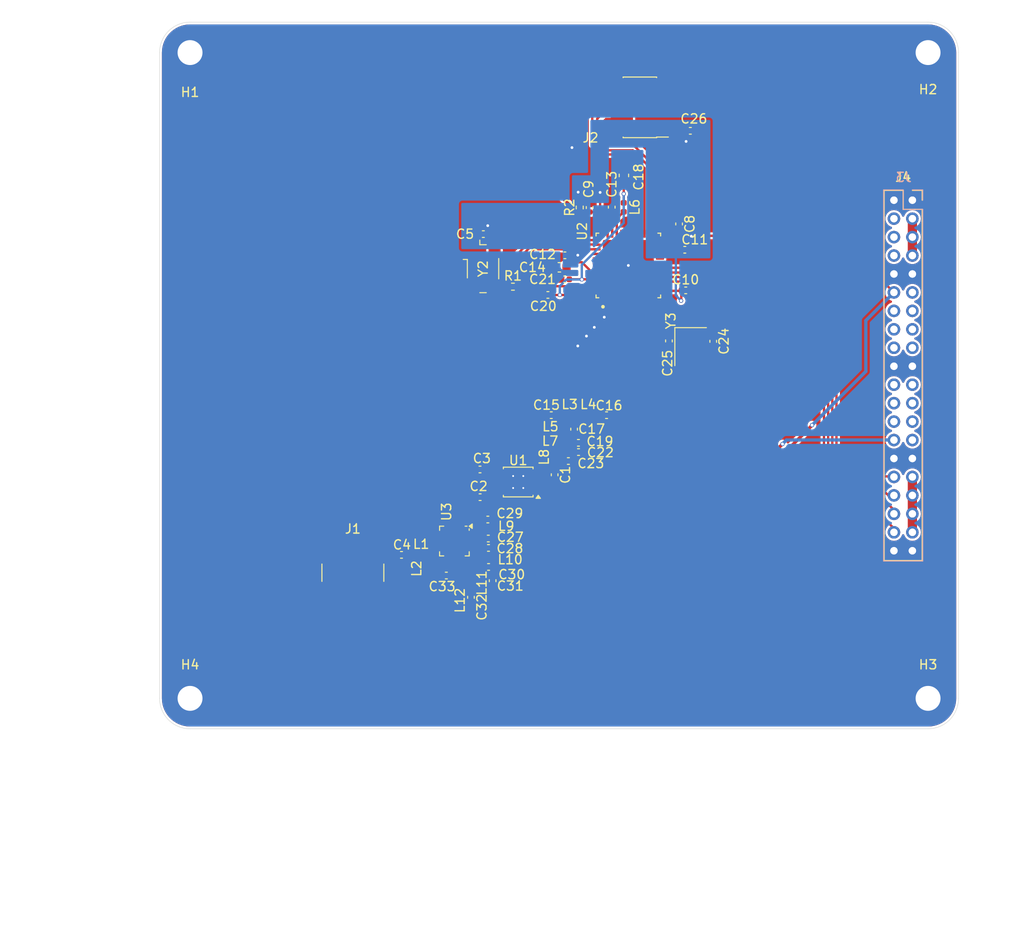
<source format=kicad_pcb>
(kicad_pcb (version 20241229) (generator "pcbnew") (generator_version "9.0")
  (layers (0 "F.Cu" signal) (2 "B.Cu" signal) (13 "F.Paste" user) (15 "B.Paste" user) (5 "F.SilkS" user "F.Silkscreen") (7 "B.SilkS" user "B.Silkscreen") (1 "F.Mask" user) (3 "B.Mask" user) (25 "Edge.Cuts" user))
  (net 0 "")
  (net 1 "/Transceiver RF/RF_SIGNAL")
  (net 2 "Net-(U1-RFC)")
  (net 3 "Net-(U1-RF1)")
  (net 4 "/Front-End Module/RX")
  (net 5 "/Front-End Module/TX")
  (net 6 "Net-(U1-RF2)")
  (net 7 "Net-(C4-Pad2)")
  (net 8 "GND")
  (net 9 "/RD_3.3V")
  (net 10 "Net-(U2-DCOUPL)")
  (net 11 "Net-(U2-RX_TX)")
  (net 12 "Net-(C17-Pad1)")
  (net 13 "/Transceiver RF/VDDR")
  (net 14 "Net-(C22-Pad1)")
  (net 15 "/Transceiver RF/x32_in")
  (net 16 "/Transceiver RF/x32_out")
  (net 17 "Net-(C32-Pad2)")
  (net 18 "/Front-End Module/TX_IN")
  (net 19 "Net-(J1-In)")
  (net 20 "/JTAG/JTAG_TMSC")
  (net 21 "/JTAG/JTAG_TDI")
  (net 23 "/JTAG/JTAG_TCKC")
  (net 24 "/JTAG/JTAG_TDO")
  (net 25 "/INTER CONNECTOR/Pin_2b")
  (net 26 "/INTER CONNECTOR/Pin_6a")
  (net 27 "/INTER CONNECTOR/Pin_8a")
  (net 28 "/INTER CONNECTOR/Pin_7b")
  (net 29 "/INTER CONNECTOR/Pin_18b")
  (net 30 "/INTER CONNECTOR/Pin_14a")
  (net 31 "+5V")
  (net 32 "/INTER CONNECTOR/Pin_12b")
  (net 33 "+3.3V")
  (net 34 "/INTER CONNECTOR/Pin_3b")
  (net 35 "/INTER CONNECTOR/Pin_11b")
  (net 36 "/INTER CONNECTOR/Pin_12a")
  (net 37 "/INTER CONNECTOR/Pin_17b")
  (net 38 "/INTER CONNECTOR/Pin_16b")
  (net 39 "/INTER CONNECTOR/Pin_9a")
  (net 40 "/INTER CONNECTOR/Pin_13a")
  (net 41 "/INTER CONNECTOR/Pin_7a")
  (net 42 "/INTER CONNECTOR/Pin_9b")
  (net 43 "/INTER CONNECTOR/Pin_19b")
  (net 44 "/INTER CONNECTOR/Pin_11a")
  (net 45 "/INTER CONNECTOR/Pin_4b")
  (net 46 "/INTER CONNECTOR/Pin_8b")
  (net 47 "/INTER CONNECTOR/Pin_13b")
  (net 48 "/RF_CTRL")
  (net 49 "/Front-End Module/ANT")
  (net 50 "/Transceiver RF/DCDC_SW")
  (net 51 "Net-(U3-VCC1)")
  (net 52 "Net-(U3-PA_OUT)")
  (net 53 "Net-(Y2-OUT)")
  (net 54 "/Clock Oscillator/Clock_in")
  (net 62 "/Front-End Module/CTX")
  (net 64 "/Front-End Module/CPS")
  (net 70 "/Front-End Module/CSD")
  (net 80 "Net-(U3-LNA_IN)")
  (net 83 "/JTAG/RESET")
  (net 84 "/Transceiver RF/RF_P")
  (net 85 "/Transceiver RF/RF_N")
  (footprint "Capacitor_SMD:C_0402_1005Metric" (layer "F.Cu") (at 172.51 73.955 -90)
    (property "Reference" "C25")
    (property "Value" "0.1u")
  )
  (footprint "Radio:QFN50P700X700X100-49N" (layer "F.Cu") (at 168.11 65.775 90)
    (property "Reference" "U2")
    (property "Value" "CC1312R1F3RGZT")
  )
  (footprint "Inductor_SMD:L_0402_1005Metric" (layer "F.Cu") (at 152.965 97.415 180)
    (property "Reference" "L10")
    (property "Value" "6.8n")
  )
  (footprint "Capacitor_SMD:C_0402_1005Metric" (layer "F.Cu") (at 152.0425 90.890001 180)
    (property "Reference" "C2")
    (property "Value" "100p")
  )
  (footprint "Inductor_SMD:L_0402_1005Metric" (layer "F.Cu") (at 151.03 99.83 -90)
    (property "Reference" "L11")
    (property "Value" "2.7n")
  )
  (footprint "Capacitor_SMD:C_0402_1005Metric" (layer "F.Cu") (at 151.05 101.745 90)
    (property "Reference" "C32")
    (property "Value" "10p")
  )
  (footprint "Capacitor_SMD:C_0603_1608Metric" (layer "F.Cu") (at 160.635 65.975 180)
    (property "Reference" "C14")
    (property "Value" "22u")
  )
  (footprint "Connector_Coaxial:SMA_Amphenol_132134-10_Vertical" (layer "F.Cu") (at 138.25 99.08)
    (property "Reference" "J1")
    (property "Value" "SMA ANT")
  )
  (footprint "Inductor_SMD:L_0402_1005Metric" (layer "F.Cu") (at 167.61 59.475 90)
    (property "Reference" "L6")
    (property "Value" "6.8n")
  )
  (footprint "Inductor_SMD:L_0402_1005Metric" (layer "F.Cu") (at 161.18 83.516924 90)
    (property "Reference" "L5")
    (property "Value" "7.5n")
  )
  (footprint "Capacitor_SMD:C_0402_1005Metric" (layer "F.Cu") (at 160.12 88.465 -90)
    (property "Reference" "C1")
    (property "Value" "100p")
  )
  (footprint "Capacitor_SMD:C_0402_1005Metric" (layer "F.Cu") (at 162.23 83.521924 90)
    (property "Reference" "C17")
    (property "Value" "3.6p")
  )
  (footprint "Capacitor_SMD:C_0402_1005Metric" (layer "F.Cu") (at 159.755 82.001924 180)
    (property "Reference" "C15")
    (property "Value" "3.6p")
  )
  (footprint "Capacitor_SMD:C_0402_1005Metric" (layer "F.Cu") (at 173.61 61.275 -90)
    (property "Reference" "C8")
    (property "Value" "0.1u")
  )
  (footprint "Capacitor_SMD:C_0603_1608Metric" (layer "F.Cu") (at 167.63 56.015 90)
    (property "Reference" "C18")
    (property "Value" "22u")
  )
  (footprint "Capacitor_SMD:C_0402_1005Metric" (layer "F.Cu") (at 165.75 82.001924)
    (property "Reference" "C16")
    (property "Value" "100p")
  )
  (footprint "Resistor_SMD:R_0402_1005Metric" (layer "F.Cu") (at 155.6 68.075)
    (property "Reference" "R1")
    (property "Value" "100")
  )
  (footprint "Inductor_SMD:L_0402_1005Metric" (layer "F.Cu") (at 152.92 94.365 180)
    (property "Reference" "L9")
    (property "Value" "0.6n")
  )
  (footprint "Capacitor_SMD:C_0402_1005Metric" (layer "F.Cu") (at 174.33 68.475)
    (property "Reference" "C10")
    (property "Value" "0.1u")
  )
  (footprint "MountingHole:MountingHole_2.7mm_M2.5_Pad" (layer "F.Cu") (at 120.6 112.7)
    (property "Reference" "H4")
    (property "Value" "MountingHole_Pad" (hide yes))
  )
  (footprint "Capacitor_SMD:C_0402_1005Metric" (layer "F.Cu") (at 148.38 99.385)
    (property "Reference" "C33")
    (property "Value" "2.4p")
  )
  (footprint "Crystal:Crystal_SMD_3225-4Pin_3.2x2.5mm" (layer "F.Cu") (at 174.86 74.575 -90)
    (property "Reference" "Y3")
    (property "Value" "32.768kHz")
  )
  (footprint "Capacitor_SMD:C_0402_1005Metric" (layer "F.Cu") (at 162.71 86.001924)
    (property "Reference" "C22")
    (property "Value" "6.2p")
  )
  (footprint "Capacitor_SMD:C_0402_1005Metric" (layer "F.Cu") (at 166.31 59.455 90)
    (property "Reference" "C13")
    (property "Value" "0.1u")
  )
  (footprint "Oscillator:Oscillator_SMD_Fox_FT5H_5.0x3.2mm" (layer "F.Cu") (at 152.36 66.125)
    (property "Reference" "Y2")
    (property "Value" "FT5HN")
  )
  (footprint "Inductor_SMD:L_0402_1005Metric" (layer "F.Cu") (at 160.11 86.525 90)
    (property "Reference" "L8")
    (property "Value" "6.8n")
  )
  (footprint "Capacitor_SMD:C_0402_1005Metric" (layer "F.Cu") (at 152.39 62.375 180)
    (property "Reference" "C5")
    (property "Value" "0.1u")
  )
  (footprint "Capacitor_SMD:C_0402_1005Metric" (layer "F.Cu") (at 152.0325 87.890001 180)
    (property "Reference" "C3")
    (property "Value" "100p")
  )
  (footprint "Inductor_SMD:L_0402_1005Metric" (layer "F.Cu") (at 143.99 98.63 -90)
    (property "Reference" "L2")
    (property "Value" "5.6n")
  )
  (footprint "Capacitor_SMD:C_0402_1005Metric" (layer "F.Cu") (at 162.7 85.001924)
    (property "Reference" "C19")
    (property "Value" "2.7p")
  )
  (footprint "Capacitor_SMD:C_0402_1005Metric" (layer "F.Cu") (at 153.4 99.945 -90)
    (property "Reference" "C31")
    (property "Value" "33p")
  )
  (footprint "Inductor_SMD:L_0402_1005Metric" (layer "F.Cu") (at 161.18 85.451924 90)
    (property "Reference" "L7")
    (property "Value" "6.8n")
  )
  (footprint "Capacitor_SMD:C_0402_1005Metric" (layer "F.Cu") (at 161.23 64.675 180)
    (property "Reference" "C12")
    (property "Value" "0.1u")
  )
  (footprint "Package_DFN_QFN:UQFN-16-1EP_3x3mm_P0.5mm_EP1.75x1.75mm" (layer "F.Cu") (at 149.26 95.647501 -90)
    (property "Reference" "U3")
    (property "Value" "SKY66420-11")
  )
  (footprint "Resistor_SMD:R_0402_1005Metric" (layer "F.Cu") (at 162.84 59.490001 90)
    (property "Reference" "R2")
    (property "Value" "10K")
  )
  (footprint "Connector_PinSocket_2.00mm:PinSocket_2x20_P2.00mm_Vertical" (layer "F.Cu") (at 198.9 58.7)
    (property "Reference" "J4")
    (property "Value" "Conn")
  )
  (footprint "MountingHole:MountingHole_2.7mm_M2.5_Pad" (layer "F.Cu") (at 120.6 42.7)
    (property "Reference" "H1")
    (property "Value" "MountingHole_Pad" (hide yes))
  )
  (footprint "Connector_PinHeader_1.27mm:PinHeader_2x05_P1.27mm_Vertical_SMD" (layer "F.Cu") (at 169.36 48.635 180)
    (property "Reference" "J2")
    (property "Value" "Conn_ARM_JTAG_SWD_10")
  )
  (footprint "Capacitor_SMD:C_0402_1005Metric" (layer "F.Cu") (at 177.31 73.995 -90)
    (property "Reference" "C24")
    (property "Value" "0.1u")
  )
  (footprint "Inductor_SMD:L_0402_1005Metric" (layer "F.Cu") (at 149.91 99.845 90)
    (property "Reference" "L12")
    (property "Value" "2.7n")
  )
  (footprint "Capacitor_SMD:C_0402_1005Metric" (layer "F.Cu") (at 152.96 98.455)
    (property "Reference" "C30")
    (property "Value" "4.7u")
  )
  (footprint "Inductor_SMD:L_0402_1005Metric" (layer "F.Cu") (at 161.75 82.001924)
    (property "Reference" "L3")
    (property "Value" "27n")
  )
  (footprint "Capacitor_SMD:C_0402_1005Metric" (layer "F.Cu") (at 152.93 95.375 180)
    (property "Reference" "C27")
    (property "Value" "4.7u")
  )
  (footprint "Capacitor_SMD:C_0402_1005Metric" (layer "F.Cu") (at 161.23 67.275 180)
    (property "Reference" "C21")
    (property "Value" "0.1u")
  )
  (footprint "Inductor_SMD:L_0402_1005Metric" (layer "F.Cu") (at 163.765 82.001924)
    (property "Reference" "L4")
    (property "Value" "7.5n")
  )
  (footprint "Package_SO:MSOP-8-1EP_3x3mm_P0.65mm_EP1.73x1.85mm_ThermalVias" (layer "F.Cu") (at 156.1725 89.250001 180)
    (property "Reference" "U1")
    (property "Value" "MASWSS0178")
  )
  (footprint "Capacitor_SMD:C_0402_1005Metric" (layer "F.Cu") (at 174.83 51.18)
    (property "Reference" "C26")
    (property "Value" "0.1u")
  )
  (footprint "MountingHole:MountingHole_2.7mm_M2.5_Pad" (layer "F.Cu") (at 200.6 42.7)
    (property "Reference" "H2")
    (property "Value" "MountingHole_Pad" (hide yes))
  )
  (footprint "Capacitor_SMD:C_0402_1005Metric" (layer "F.Cu") (at 174.23 64.075)
    (property "Reference" "C11")
    (property "Value" "0.1u")
  )
  (footprint "Capacitor_SMD:C_0402_1005Metric" (layer "F.Cu") (at 143.52 97.145)
    (property "Reference" "C4")
    (property "Value" "2.4p")
  )
  (footprint "Capacitor_SMD:C_0402_1005Metric" (layer "F.Cu") (at 161.61 86.975)
    (property "Reference" "C23")
    (property "Value" "3p")
  )
  (footprint "Inductor_SMD:L_0402_1005Metric" (layer "F.Cu") (at 145.485 97.155 180)
    (property "Reference" "L1")
    (property "Value" "5.6n")
  )
  (footprint "MountingHole:MountingHole_2.7mm_M2.5_Pad" (layer "F.Cu") (at 200.6 112.7)
    (property "Reference" "H3")
    (property "Value" "MountingHole_Pad" (hide yes))
  )
  (footprint "Capacitor_SMD:C_0402_1005Metric" (layer "F.Cu") (at 159.39 68.97 180)
    (property "Reference" "C20")
    (property "Value" "0.1u")
  )
  (footprint "Capacitor_SMD:C_0402_1005Metric" (layer "F.Cu") (at 163.91 59.5 90)
    (property "Reference" "C9")
    (property "Value" "0.1u")
  )
  (footprint "Capacitor_SMD:C_0402_1005Metric" (layer "F.Cu") (at 152.95 96.395 180)
    (property "Reference" "C28")
    (property "Value" "10n")
  )
  (footprint "Capacitor_SMD:C_0402_1005Metric" (layer "F.Cu") (at 152.88 93.315)
    (property "Reference" "C29")
    (property "Value" "120p")
  )
  (footprint "Connector_PinHeader_2.00mm:PinHeader_2x20_P2.00mm_Vertical" (layer "B.Cu") (at 198.9 58.7 180)
    (property "Reference" "J3")
    (property "Value" "Conn")
  )
  (gr_arc (start 200.6 39.4) (mid 202.933452 40.366548) (end 203.9 42.7) (stroke (width 0.05)) (layer "Edge.Cuts"))
  (gr_line (start 203.9 42.7) (end 203.9 112.7) (stroke (width 0.05)) (layer "Edge.Cuts"))
  (gr_arc (start 117.3 42.7) (mid 118.266548 40.366548) (end 120.6 39.4) (stroke (width 0.05)) (layer "Edge.Cuts"))
  (gr_line (start 200.6 116) (end 120.6 116) (stroke (width 0.05)) (layer "Edge.Cuts"))
  (gr_line (start 117.3 112.7) (end 117.3 42.7) (stroke (width 0.05)) (layer "Edge.Cuts"))
  (gr_arc (start 203.9 112.7) (mid 202.933452 115.033452) (end 200.6 116) (stroke (width 0.05)) (layer "Edge.Cuts"))
  (gr_arc (start 120.6 116) (mid 118.266548 115.033452) (end 117.3 112.7) (stroke (width 0.05)) (layer "Edge.Cuts"))
  (gr_line (start 120.6 39.4) (end 200.6 39.4) (stroke (width 0.05)) (layer "Edge.Cuts"))
  (segment (start 160.12 87.02) (end 160.11 87.01) (width 0.355546) (layer "F.Cu") (net 1))
  (segment (start 160.11 87.01) (end 161.095 87.01) (width 0.355546) (layer "F.Cu") (net 1))
  (segment (start 160.12 87.985) (end 160.12 87.02) (width 0.355546) (layer "F.Cu") (net 1))
  (segment (start 161.095 87.01) (end 161.13 86.975) (width 0.355546) (layer "F.Cu") (net 1))
  (segment (start 158.354999 88.945) (end 158.335 88.925001) (width 0.355546) (layer "F.Cu") (net 2))
  (segment (start 160.12 88.945) (end 158.354999 88.945) (width 0.355546) (layer "F.Cu") (net 2))
  (segment (start 154.01 90.225002) (end 154.005001 90.230001) (width 0.355546) (layer "F.Cu") (net 3))
  (segment (start 154.005001 90.230001) (end 153.1425 90.230001) (width 0.355546) (layer "F.Cu") (net 3))
  (segment (start 153.1425 90.230001) (end 152.5225 90.850001) (width 0.355546) (layer "F.Cu") (net 3))
  (segment (start 152.5225 90.850001) (end 152.5225 90.890001) (width 0.355546) (layer "F.Cu") (net 3))
  (segment (start 151.5525 87.890001) (end 150.506714 87.890001) (width 0.355546) (layer "F.Cu") (net 4))
  (segment (start 149.799607 88.182894) (end 149.795393 88.187108) (width 0.355546) (layer "F.Cu") (net 4))
  (segment (start 149.5025 88.894215) (end 149.5025 93.670001) (width 0.355546) (layer "F.Cu") (net 4))
  (arc (start 149.795393 88.187108) (mid 149.57862 88.511531) (end 149.5025 88.894215) (width 0.355546) (layer "F.Cu") (net 4))
  (arc (start 150.506714 87.890001) (mid 150.12403 87.966121) (end 149.799607 88.182894) (width 0.355546) (layer "F.Cu") (net 4))
  (segment (start 151.109607 90.890001) (end 151.5625 90.890001) (width 0.355546) (layer "F.Cu") (net 5))
  (segment (start 150.351939 91.440562) (end 150.5725 91.220001) (width 0.355546) (layer "F.Cu") (net 5))
  (segment (start 150.572831 91.220001) (end 150.776065 91.016767) (width 0.355546) (layer "F.Cu") (net 5))
  (segment (start 150.5725 91.220001) (end 150.572831 91.220001) (width 0.355546) (layer "F.Cu") (net 5))
  (segment (start 150.059046 94.127228) (end 150.059046 92.147669) (width 0.355546) (layer "F.Cu") (net 5))
  (arc (start 150.059046 92.147669) (mid 150.135166 91.764985) (end 150.351939 91.440562) (width 0.355546) (layer "F.Cu") (net 5))
  (arc (start 150.776065 91.016767) (mid 150.931099 90.922361) (end 151.109607 90.890001) (width 0.355546) (layer "F.Cu") (net 5))
  (segment (start 152.9425 88.290001) (end 153.994999 88.290001) (width 0.355546) (layer "F.Cu") (net 6))
  (segment (start 152.5425 87.890001) (end 152.9425 88.290001) (width 0.355546) (layer "F.Cu") (net 6))
  (segment (start 152.5125 87.890001) (end 152.5425 87.890001) (width 0.355546) (layer "F.Cu") (net 6))
  (segment (start 153.994999 88.290001) (end 154.01 88.275) (width 0.355546) (layer "F.Cu") (net 6))
  (segment (start 145 97.155) (end 144.01 97.155) (width 0.355546) (layer "F.Cu") (net 7))
  (segment (start 144.01 97.155) (end 144 97.145) (width 0.355546) (layer "F.Cu") (net 7))
  (segment (start 143.99 97.155) (end 144 97.145) (width 0.355546) (layer "F.Cu") (net 7))
  (segment (start 143.99 98.145) (end 143.99 97.155) (width 0.355546) (layer "F.Cu") (net 7))
  (via (at 163.57 73.43) (size 0.45) (drill 0.3) (layers "F.Cu" "B.Cu") (net 8))
  (via (at 168.11 65.775) (size 0.45) (drill 0.3) (layers "F.Cu" "B.Cu") (net 8))
  (via (at 162 53) (size 0.45) (drill 0.3) (layers "F.Cu" "B.Cu") (net 8))
  (via (at 165.5 71.38) (size 0.45) (drill 0.3) (layers "F.Cu" "B.Cu") (net 8))
  (via (at 164.42 72.48) (size 0.45) (drill 0.3) (layers "F.Cu" "B.Cu") (net 8))
  (via (at 162.63 74.5) (size 0.45) (drill 0.3) (layers "F.Cu" "B.Cu") (net 8))
  (segment (start 161.955 65.43) (end 161.41 65.975) (width 0.25) (layer "F.Cu") (net 9))
  (segment (start 173.75 63.43) (end 174.2 62.98) (width 0.25) (layer "F.Cu") (net 9))
  (segment (start 162.64 57.86) (end 162.67 57.83) (width 0.25) (layer "F.Cu") (net 9))
  (segment (start 174.35 51.18) (end 174.35 52.31) (width 0.25) (layer "F.Cu") (net 9))
  (segment (start 162.615 64.675) (end 162.63 64.66) (width 0.25) (layer "F.Cu") (net 9))
  (segment (start 162.925 90.23) (end 162.920002 90.225002) (width 0.355546) (layer "F.Cu") (net 9))
  (segment (start 153.405 94.407096) (end 153.405 94.365) (width 0.25) (layer "F.Cu") (net 9))
  (segment (start 165.465 59.935) (end 165.21 59.68) (width 0.25) (layer "F.Cu") (net 9))
  (segment (start 162.920002 90.225002) (end 158.335 90.225002) (width 0.355546) (layer "F.Cu") (net 9))
  (segment (start 174.345 51.175) (end 174.35 51.18) (width 0.25) (layer "F.Cu") (net 9))
  (segment (start 153.36 93.315) (end 153.36 92.97) (width 0.355546) (layer "F.Cu") (net 9))
  (segment (start 152.415 95.41) (end 150.772499 95.41) (width 0.25) (layer "F.Cu") (net 9))
  (segment (start 152.87 62.375) (end 152.87 61.46) (width 0.25) (layer "F.Cu") (net 9))
  (segment (start 162.64 58.780002) (end 162.64 57.86) (width 0.25) (layer "F.Cu") (net 9))
  (segment (start 153.45 97.415) (end 153.45 97.438718) (width 0.25) (layer "F.Cu") (net 9))
  (segment (start 152.45 95.375) (end 152.45 95.362096) (width 0.25) (layer "F.Cu") (net 9))
  (segment (start 174.97 62.56) (end 174.93 62.6) (width 0.25) (layer "F.Cu") (net 9))
  (segment (start 153.36 94.32) (end 153.405 94.365) (width 0.355546) (layer "F.Cu") (net 9))
  (segment (start 153.45 97.438718) (end 152.48 98.408718) (width 0.25) (layer "F.Cu") (net 9))
  (segment (start 188.02 83.11) (end 180.9 90.23) (width 0.355546) (layer "F.Cu") (net 9))
  (segment (start 174.2 62.98) (end 174.58 62.6) (width 0.25) (layer "F.Cu") (net 9))
  (segment (start 155.633774 92.23) (end 157.638772 90.225002) (width 0.355546) (layer "F.Cu") (net 9))
  (segment (start 166.36 59.985) (end 166.31 59.935) (width 0.25) (layer "F.Cu") (net 9))
  (segment (start 152.48 98.408718) (end 152.48 98.455) (width 0.25) (layer "F.Cu") (net 9))
  (segment (start 196.9 68.7) (end 190.76 62.56) (width 0.25) (layer "F.Cu") (net 9))
  (segment (start 163.077104 65.43) (end 161.955 65.43) (width 0.25) (layer "F.Cu") (net 9))
  (segment (start 164.631 66.481) (end 164.128104 66.481) (width 0.25) (layer "F.Cu") (net 9))
  (segment (start 171.31 51.175) (end 174.345 51.175) (width 0.25) (layer "F.Cu") (net 9))
  (segment (start 190.76 62.56) (end 174.97 62.56) (width 0.25) (layer "F.Cu") (net 9))
  (segment (start 166.31 59.935) (end 165.465 59.935) (width 0.25) (layer "F.Cu") (net 9))
  (segment (start 171.545 68.525) (end 173.8 68.525) (width 0.25) (layer "F.Cu") (net 9))
  (segment (start 152.45 95.375) (end 152.45 96.375) (width 0.25) (layer "F.Cu") (net 9))
  (segment (start 152.45 96.375) (end 152.47 96.395) (width 0.25) (layer "F.Cu") (net 9))
  (segment (start 174.58 62.6) (end 174.93 62.6) (width 0.25) (layer "F.Cu") (net 9))
  (segment (start 152.45 95.362096) (end 153.405 94.407096) (width 0.25) (layer "F.Cu") (net 9))
  (segment (start 173.85 68.475) (end 173.85 69.58) (width 0.25) (layer "F.Cu") (net 9))
  (segment (start 165.05 59.52) (end 165.05 57.86) (width 0.25) (layer "F.Cu") (net 9))
  (segment (start 153.61 64.075) (end 153.61 63.115) (width 0.25) (layer "F.Cu") (net 9))
  (segment (start 153.36 93.315) (end 153.36 94.32) (width 0.355546) (layer "F.Cu") (net 9))
  (segment (start 166.36 62.34) (end 166.36 59.985) (width 0.25) (layer "F.Cu") (net 9))
  (segment (start 152.47 96.395) (end 152.47 96.407904) (width 0.25) (layer "F.Cu") (net 9))
  (segment (start 171.545 64.025) (end 173.7 64.025) (width 0.25) (layer "F.Cu") (net 9))
  (segment (start 154.1 92.23) (end 155.633774 92.23) (width 0.355546) (layer "F.Cu") (net 9))
  (segment (start 173.7 64.025) (end 173.75 64.075) (width 0.25) (layer "F.Cu") (net 9))
  (segment (start 152.47 96.407904) (end 153.45 97.387904) (width 0.25) (layer "F.Cu") (net 9))
  (segment (start 152.87 61.46) (end 152.86 61.45) (width 0.25) (layer "F.Cu") (net 9))
  (segment (start 164.675 66.525) (end 164.631 66.481) (width 0.25) (layer "F.Cu") (net 9))
  (segment (start 188.02 83.08) (end 188.02 83.11) (width 0.355546) (layer "F.Cu") (net 9))
  (segment (start 153.61 63.115) (end 152.87 62.375) (width 0.25) (layer "F.Cu") (net 9))
  (segment (start 153.45 97.387904) (end 153.45 97.415) (width 0.25) (layer "F.Cu") (net 9))
  (segment (start 152.45 95.375) (end 152.415 95.41) (width 0.25) (layer "F.Cu") (net 9))
  (segment (start 150.772499 95.41) (end 150.76 95.397501) (width 0.25) (layer "F.Cu") (net 9))
  (segment (start 153.405 94.365) (end 153.405 94.42) (width 0.355546) (layer "F.Cu") (net 9))
  (segment (start 173.75 64.075) (end 173.75 63.43) (width 0.25) (layer "F.Cu") (net 9))
  (segment (start 173.8 68.525) (end 173.85 68.475) (width 0.25) (layer "F.Cu") (net 9))
  (segment (start 173.85 69.58) (end 173.83 69.6) (width 0.25) (layer "F.Cu") (net 9))
  (segment (start 152.48 98.545) (end 152.48 98.455) (width 0.355546) (layer "F.Cu") (net 9))
  (segment (start 153.36 92.97) (end 154.1 92.23) (width 0.355546) (layer "F.Cu") (net 9))
  (segment (start 161.71 64.675) (end 161.71 65.675) (width 0.25) (layer "F.Cu") (net 9))
  (segment (start 164.128104 66.481) (end 163.077104 65.43) (width 0.25) (layer "F.Cu") (net 9))
  (segment (start 161.71 64.675) (end 162.615 64.675) (width 0.25) (layer "F.Cu") (net 9))
  (segment (start 153.4 99.465) (end 152.48 98.545) (width 0.355546) (layer "F.Cu") (net 9))
  (segment (start 174.35 52.31) (end 174.37 52.33) (width 0.25) (layer "F.Cu") (net 9))
  (segment (start 161.71 65.675) (end 161.41 65.975) (width 0.25) (layer "F.Cu") (net 9))
  (segment (start 162.84 58.980002) (end 162.64 58.780002) (width 0.25) (layer "F.Cu") (net 9))
  (segment (start 157.638772 90.225002) (end 158.335 90.225002) (width 0.355546) (layer "F.Cu") (net 9))
  (segment (start 165.21 59.68) (end 165.05 59.52) (width 0.25) (layer "F.Cu") (net 9))
  (segment (start 180.9 90.23) (end 162.925 90.23) (width 0.355546) (layer "F.Cu") (net 9))
  (via (at 152.87 61.46) (size 0.45) (drill 0.3) (layers "F.Cu" "B.Cu") (net 9))
  (via (at 165.05 57.86) (size 0.45) (drill 0.3) (layers "F.Cu" "B.Cu") (net 9))
  (via (at 162.67 57.83) (size 0.45) (drill 0.3) (layers "F.Cu" "B.Cu") (net 9))
  (via (at 162.63 64.66) (size 0.45) (drill 0.3) (layers "F.Cu" "B.Cu") (net 9))
  (via (at 173.83 69.6) (size 0.45) (drill 0.3) (layers "F.Cu" "B.Cu") (net 9))
  (via (at 174.37 52.33) (size 0.45) (drill 0.3) (layers "F.Cu" "B.Cu") (net 9))
  (via (at 188.02 83.08) (size 0.45) (drill 0.3) (layers "F.Cu" "B.Cu") (net 9))
  (via (at 174.93 62.6) (size 0.45) (drill 0.3) (layers "F.Cu" "B.Cu") (net 9))
  (segment (start 173.83 69.6) (end 173.26 69.03) (width 0.25) (layer "B.Cu") (net 9))
  (segment (start 173.26 63.97) (end 174.63 62.6) (width 0.25) (layer "B.Cu") (net 9))
  (segment (start 193.85 71.75) (end 196.9 68.7) (width 0.355546) (layer "B.Cu") (net 9))
  (segment (start 162.67 57.83) (end 162.63 57.87) (width 0.25) (layer "B.Cu") (net 9))
  (segment (start 174.63 62.6) (end 174.93 62.6) (width 0.25) (layer "B.Cu") (net 9))
  (segment (start 193.85 77.26) (end 193.85 71.75) (width 0.355546) (layer "B.Cu") (net 9))
  (segment (start 188.03 83.08) (end 193.85 77.26) (width 0.355546) (layer "B.Cu") (net 9))
  (segment (start 188.02 83.08) (end 188.03 83.08) (width 0.355546) (layer "B.Cu") (net 9))
  (segment (start 173.26 69.03) (end 173.26 63.97) (width 0.25) (layer "B.Cu") (net 9))
  (segment (start 162.63 57.87) (end 162.63 64.66) (width 0.25) (layer "B.Cu") (net 9))
  (segment (start 172.119999 63.525) (end 173.61 62.034999) (width 0.25) (layer "F.Cu") (net 10))
  (segment (start 173.61 62.034999) (end 173.61 61.755) (width 0.25) (layer "F.Cu") (net 10))
  (segment (start 171.545 63.525) (end 172.119999 63.525) (width 0.25) (layer "F.Cu") (net 10))
  (segment (start 169.272684 77.797316) (end 169.272684 73.000126) (width 0.355546) (layer "F.Cu") (net 11))
  (segment (start 165.175 82.001924) (end 165.235 81.941924) (width 0.355546) (layer "F.Cu") (net 11))
  (segment (start 164.25 82.001924) (end 165.27 82.001924) (width 0.355546) (layer "F.Cu") (net 11))
  (segment (start 166.36 70.01281) (end 166.36 69.21) (width 0.25) (layer "F.Cu") (net 11))
  (segment (start 165.27 82.001924) (end 165.27 81.8) (width 0.355546) (layer "F.Cu") (net 11))
  (segment (start 169.31 72.96281) (end 166.36 70.01281) (width 0.25) (layer "F.Cu") (net 11))
  (segment (start 165.27 81.8) (end 169.272684 77.797316) (width 0.355546) (layer "F.Cu") (net 11))
  (segment (start 162.185 84.966924) (end 162.22 85.001924) (width 0.355546) (layer "F.Cu") (net 12))
  (segment (start 162.23 84.001924) (end 162.23 84.991924) (width 0.355546) (layer "F.Cu") (net 12))
  (segment (start 161.18 84.966924) (end 162.185 84.966924) (width 0.355546) (layer "F.Cu") (net 12))
  (segment (start 161.18 84.001924) (end 161.18 84.966924) (width 0.355546) (layer "F.Cu") (net 12))
  (segment (start 162.23 84.991924) (end 162.22 85.001924) (width 0.355546) (layer "F.Cu") (net 12))
  (segment (start 160.68 68.975) (end 159.875 68.975) (width 0.25) (layer "F.Cu") (net 13))
  (segment (start 161.345 68.975) (end 161.795 68.525) (width 0.25) (layer "F.Cu") (net 13))
  (segment (start 163.922104 67.275) (end 161.71 67.275) (width 0.25) (layer "F.Cu") (net 13))
  (segment (start 164.631 67.069) (end 164.128104 67.069) (width 0.25) (layer "F.Cu") (net 13))
  (segment (start 161.795 68.525) (end 164.675 68.525) (width 0.25) (layer "F.Cu") (net 13))
  (segment (start 164.128104 67.069) (end 163.922104 67.275) (width 0.25) (layer "F.Cu") (net 13))
  (segment (start 167.61 58.01) (end 167.61 56.81) (width 0.25) (layer "F.Cu") (net 13))
  (segment (start 160.68 68.975) (end 161.345 68.975) (width 0.25) (layer "F.Cu") (net 13))
  (segment (start 159.875 68.975) (end 159.87 68.97) (width 0.25) (layer "F.Cu") (net 13))
  (segment (start 167.61 56.81) (end 167.63 56.79) (width 0.25) (layer "F.Cu") (net 13))
  (segment (start 167.61 58.99) (end 167.61 58.01) (width 0.25) (layer "F.Cu") (net 13))
  (segment (start 164.675 67.025) (end 164.631 67.069) (width 0.25) (layer "F.Cu") (net 13))
  (via (at 163.065 67.295) (size 0.45) (drill 0.3) (layers "F.Cu" "B.Cu") (net 13))
  (via (at 167.61 58.01) (size 0.45) (drill 0.3) (layers "F.Cu" "B.Cu") (net 13))
  (via (at 160.68 68.975) (size 0.45) (drill 0.3) (layers "F.Cu" "B.Cu") (net 13))
  (segment (start 160.68 68.975) (end 160.68 68.02) (width 0.25) (layer "B.Cu") (net 13))
  (segment (start 163.065 65.705) (end 163.065 67.295) (width 0.25) (layer "B.Cu") (net 13))
  (segment (start 167.61 61.16) (end 163.065 65.705) (width 0.25) (layer "B.Cu") (net 13))
  (segment (start 161.405 67.295) (end 163.065 67.295) (width 0.25) (layer "B.Cu") (net 13))
  (segment (start 167.61 58.01) (end 167.61 61.16) (width 0.25) (layer "B.Cu") (net 13))
  (segment (start 160.68 68.02) (end 161.405 67.295) (width 0.25) (layer "B.Cu") (net 13))
  (segment (start 160.11 86.04) (end 161.076924 86.04) (width 0.355546) (layer "F.Cu") (net 14))
  (segment (start 161.245 86.001924) (end 161.18 85.936924) (width 0.355546) (layer "F.Cu") (net 14))
  (segment (start 161.076924 86.04) (end 161.18 85.936924) (width 0.355546) (layer "F.Cu") (net 14))
  (segment (start 162.23 86.001924) (end 161.245 86.001924) (width 0.355546) (layer "F.Cu") (net 14))
  (segment (start 166.86 69.21) (end 166.86 69.875) (width 0.25) (layer "F.Cu") (net 15))
  (segment (start 166.86 69.875) (end 169.605 72.62) (width 0.25) (layer "F.Cu") (net 15))
  (segment (start 172.545 73.475) (end 174.01 73.475) (width 0.25) (layer "F.Cu") (net 15))
  (segment (start 171.696 72.626) (end 172.545 73.475) (width 0.25) (layer "F.Cu") (net 15))
  (segment (start 169.61719 72.62) (end 169.62319 72.626) (width 0.25) (layer "F.Cu") (net 15))
  (segment (start 169.62319 72.626) (end 171.696 72.626) (width 0.25) (layer "F.Cu") (net 15))
  (segment (start 169.605 72.62) (end 169.61719 72.62) (width 0.25) (layer "F.Cu") (net 15))
  (segment (start 177.27 73.475) (end 177.31 73.515) (width 0.25) (layer "F.Cu") (net 16))
  (segment (start 175.71 73.475) (end 177.27 73.475) (width 0.25) (layer "F.Cu") (net 16))
  (segment (start 167.36 69.21) (end 167.36 69.725) (width 0.25) (layer "F.Cu") (net 16))
  (segment (start 167.36 69.725) (end 169.81 72.175) (width 0.25) (layer "F.Cu") (net 16))
  (segment (start 174.41 72.175) (end 175.71 73.475) (width 0.25) (layer "F.Cu") (net 16))
  (segment (start 169.81 72.175) (end 174.41 72.175) (width 0.25) (layer "F.Cu") (net 16))
  (segment (start 151.03 101.245) (end 151.05 101.265) (width 0.355546) (layer "F.Cu") (net 17))
  (segment (start 151.03 100.315) (end 151.03 101.245) (width 0.355546) (layer "F.Cu") (net 17))
  (segment (start 149.925 100.315) (end 149.91 100.33) (width 0.355546) (layer "F.Cu") (net 17))
  (segment (start 151.03 100.315) (end 149.925 100.315) (width 0.355546) (layer "F.Cu") (net 17))
  (segment (start 149.885 99.385) (end 149.91 99.36) (width 0.355546) (layer "F.Cu") (net 18))
  (segment (start 150.02 99.122075) (end 150.013454 99.115528) (width 0.355546) (layer "F.Cu") (net 18))
  (segment (start 149.534 97.674) (end 149.73 97.87) (width 0.25) (layer "F.Cu") (net 18))
  (segment (start 149.534 97.171501) (end 149.534 97.674) (width 0.25) (layer "F.Cu") (net 18))
  (segment (start 148.86 99.385) (end 148.915 99.385) (width 0.355546) (layer "F.Cu") (net 18))
  (segment (start 150.013454 98.153454) (end 149.73 97.87) (width 0.355546) (layer "F.Cu") (net 18))
  (segment (start 149.534 97.674) (end 149.534 97.58) (width 0.25) (layer "F.Cu") (net 18))
  (segment (start 149.91 99.36) (end 150.02 99.25) (width 0.355546) (layer "F.Cu") (net 18))
  (segment (start 149.51 97.147501) (end 149.534 97.171501) (width 0.25) (layer "F.Cu") (net 18))
  (segment (start 148.86 99.385) (end 149.885 99.385) (width 0.355546) (layer "F.Cu") (net 18))
  (segment (start 150.013454 99.115528) (end 150.013454 98.153454) (width 0.355546) (layer "F.Cu") (net 18))
  (segment (start 150.02 99.25) (end 150.02 99.122075) (width 0.355546) (layer "F.Cu") (net 18))
  (segment (start 143.955 99.08) (end 143.99 99.115) (width 0.355546) (layer "F.Cu") (net 19))
  (segment (start 138.25 99.08) (end 143.955 99.08) (width 0.355546) (layer "F.Cu") (net 19))
  (segment (start 171.545 54.695) (end 168.025 51.175) (width 0.25) (layer "F.Cu") (net 20))
  (segment (start 171.545 63.025) (end 171.545 54.695) (width 0.25) (layer "F.Cu") (net 20))
  (segment (start 168.025 51.175) (end 167.41 51.175) (width 0.25) (layer "F.Cu") (net 20))
  (segment (start 164.2 52.70281) (end 164.2 49.31) (width 0.25) (layer "F.Cu") (net 21))
  (segment (start 164.2 49.31) (end 166.145 47.365) (width 0.25) (layer "F.Cu") (net 21))
  (segment (start 168.379905 53.744905) (end 165.242095 53.744905) (width 0.25) (layer "F.Cu") (net 21))
  (segment (start 169.86 62.34) (end 169.86 55.225) (width 0.25) (layer "F.Cu") (net 21))
  (segment (start 165.242095 53.744905) (end 164.2 52.70281) (width 0.25) (layer "F.Cu") (net 21))
  (segment (start 166.145 47.365) (end 167.41 47.365) (width 0.25) (layer "F.Cu") (net 21))
  (segment (start 169.86 55.225) (end 168.379905 53.744905) (width 0.25) (layer "F.Cu") (net 21))
  (segment (start 170.86 54.925) (end 170.86 62.34) (width 0.25) (layer "F.Cu") (net 23))
  (segment (start 165.877905 52.842905) (end 168.777905 52.842905) (width 0.25) (layer "F.Cu") (net 23))
  (segment (start 165.36 50.23) (end 165.36 52.325) (width 0.25) (layer "F.Cu") (net 23))
  (segment (start 165.36 52.325) (end 165.877905 52.842905) (width 0.25) (layer "F.Cu") (net 23))
  (segment (start 165.685 49.905) (end 165.36 50.23) (width 0.25) (layer "F.Cu") (net 23))
  (segment (start 167.41 49.905) (end 165.685 49.905) (width 0.25) (layer "F.Cu") (net 23))
  (segment (start 168.777905 52.842905) (end 170.86 54.925) (width 0.25) (layer "F.Cu") (net 23))
  (segment (start 170.36 55.06281) (end 170.36 62.34) (width 0.25) (layer "F.Cu") (net 24))
  (segment (start 168.591095 53.293905) (end 170.36 55.06281) (width 0.25) (layer "F.Cu") (net 24))
  (segment (start 165.428905 53.293905) (end 168.591095 53.293905) (width 0.25) (layer "F.Cu") (net 24))
  (segment (start 165.975 48.635) (end 164.74 49.87) (width 0.25) (layer "F.Cu") (net 24))
  (segment (start 164.74 49.87) (end 164.74 52.605) (width 0.25) (layer "F.Cu") (net 24))
  (segment (start 167.41 48.635) (end 165.975 48.635) (width 0.25) (layer "F.Cu") (net 24))
  (segment (start 164.74 52.605) (end 165.428905 53.293905) (width 0.25) (layer "F.Cu") (net 24))
  (segment (start 189.768 73.26362) (end 189.768 87.47362) (width 0.25) (layer "F.Cu") (net 29))
  (segment (start 183.52938 67.025) (end 189.768 73.26362) (width 0.25) (layer "F.Cu") (net 29))
  (segment (start 196.9 92.28) (end 196.9 92.7) (width 0.25) (layer "F.Cu") (net 29))
  (segment (start 171.545 67.025) (end 183.52938 67.025) (width 0.25) (layer "F.Cu") (net 29))
  (segment (start 194.162 89.542) (end 196.9 92.28) (width 0.25) (layer "F.Cu") (net 29))
  (segment (start 189.768 87.47362) (end 191.83638 89.542) (width 0.25) (layer "F.Cu") (net 29))
  (segment (start 191.83638 89.542) (end 194.162 89.542) (width 0.25) (layer "F.Cu") (net 29))
  (segment (start 198.9 94.7) (end 198.9 88.7) (width 1) (layer "F.Cu") (net 31))
  (segment (start 198.9 64.7) (end 198.9 60.7) (width 1) (layer "F.Cu") (net 33))
  (segment (start 190.219 73.07681) (end 190.219 87.28681) (width 0.25) (layer "F.Cu") (net 37))
  (segment (start 192.02319 89.091) (end 194.681 89.091) (width 0.25) (layer "F.Cu") (net 37))
  (segment (start 196.29 90.7) (end 196.9 90.7) (width 0.25) (layer "F.Cu") (net 37))
  (segment (start 183.68219 66.54) (end 190.219 73.07681) (width 0.25) (layer "F.Cu") (net 37))
  (segment (start 171.545 66.525) (end 171.56 66.54) (width 0.25) (layer "F.Cu") (net 37))
  (segment (start 190.219 87.28681) (end 192.02319 89.091) (width 0.25) (layer "F.Cu") (net 37))
  (segment (start 194.681 89.091) (end 196.29 90.7) (width 0.25) (layer "F.Cu") (net 37))
  (segment (start 171.56 66.54) (end 183.68219 66.54) (width 0.25) (layer "F.Cu") (net 37))
  (segment (start 190.67 87.1) (end 192.21 88.64) (width 0.25) (layer "F.Cu") (net 38))
  (segment (start 190.67 72.89) (end 190.67 87.1) (width 0.25) (layer "F.Cu") (net 38))
  (segment (start 196.84 88.64) (end 196.9 88.7) (width 0.25) (layer "F.Cu") (net 38))
  (segment (start 171.545 66.025) (end 183.805 66.025) (width 0.25) (layer "F.Cu") (net 38))
  (segment (start 192.21 88.64) (end 196.84 88.64) (width 0.25) (layer "F.Cu") (net 38))
  (segment (start 183.805 66.025) (end 190.67 72.89) (width 0.25) (layer "F.Cu") (net 38))
  (segment (start 195.66 91.82) (end 195.66 93.04) (width 0.25) (layer "F.Cu") (net 43))
  (segment (start 189.317 73.45043) (end 189.317 87.66043) (width 0.25) (layer "F.Cu") (net 43))
  (segment (start 196.73 94.53) (end 196.9 94.7) (width 0.25) (layer "F.Cu") (net 43))
  (segment (start 193.833 89.993) (end 195.66 91.82) (width 0.25) (layer "F.Cu") (net 43))
  (segment (start 191.64957 89.993) (end 193.833 89.993) (width 0.25) (layer "F.Cu") (net 43))
  (segment (start 196.73 94.11) (end 196.73 94.53) (width 0.25) (layer "F.Cu") (net 43))
  (segment (start 195.66 93.04) (end 196.73 94.11) (width 0.25) (layer "F.Cu") (net 43))
  (segment (start 183.39157 67.525) (end 189.317 73.45043) (width 0.25) (layer "F.Cu") (net 43))
  (segment (start 189.317 87.66043) (end 191.64957 89.993) (width 0.25) (layer "F.Cu") (net 43))
  (segment (start 171.545 67.525) (end 183.39157 67.525) (width 0.25) (layer "F.Cu") (net 43))
  (segment (start 158.363772 89.603773) (end 162.891227 89.603773) (width 0.355546) (layer "F.Cu") (net 48))
  (segment (start 158.335 89.575001) (end 158.363772 89.603773) (width 0.355546) (layer "F.Cu") (net 48))
  (segment (start 164.03 89.6) (end 180.35 89.6) (width 0.355546) (layer "F.Cu") (net 48))
  (segment (start 162.895 89.6) (end 164.03 89.6) (width 0.355546) (layer "F.Cu") (net 48))
  (segment (start 162.891227 89.603773) (end 162.895 89.6) (width 0.355546) (layer "F.Cu") (net 48))
  (segment (start 180.35 89.6) (end 184.82 85.13) (width 0.355546) (layer "F.Cu") (net 48))
  (via (at 184.82 85.13) (size 0.45) (drill 0.3) (layers "F.Cu" "B.Cu") (net 48))
  (segment (start 184.82 85.13) (end 184.82 85.12) (width 0.355546) (layer "B.Cu") (net 48))
  (segment (start 196.89 84.69) (end 196.9 84.7) (width 0.355546) (layer "B.Cu") (net 48))
  (segment (start 185.25 84.69) (end 196.89 84.69) (width 0.355546) (layer "B.Cu") (net 48))
  (segment (start 184.82 85.12) (end 185.25 84.69) (width 0.355546) (layer "B.Cu") (net 48))
  (segment (start 148.473728 97.155) (end 148.481227 97.147501) (width 0.355546) (layer "F.Cu") (net 49))
  (segment (start 145.97 97.155) (end 148.473728 97.155) (width 0.355546) (layer "F.Cu") (net 49))
  (segment (start 166.86 62.34) (end 166.86 60.71) (width 0.25) (layer "F.Cu") (net 50))
  (segment (start 166.86 60.71) (end 167.61 59.96) (width 0.25) (layer "F.Cu") (net 50))
  (segment (start 152.435 94.365) (end 152.412464 94.365) (width 0.355546) (layer "F.Cu") (net 51))
  (segment (start 151.907464 94.87) (end 151.230297 94.87) (width 0.355546) (layer "F.Cu") (net 51))
  (segment (start 151.230297 94.87) (end 151.229025 94.868728) (width 0.355546) (layer "F.Cu") (net 51))
  (segment (start 151.229025 94.868728) (end 150.76 94.868728) (width 0.355546) (layer "F.Cu") (net 51))
  (segment (start 152.412464 94.365) (end 151.907464 94.87) (width 0.355546) (layer "F.Cu") (net 51))
  (segment (start 151.03 99.345) (end 150.57 98.885) (width 0.355546) (layer "F.Cu") (net 52))
  (segment (start 152.48 97.415) (end 150.595 97.415) (width 0.25) (layer "F.Cu") (net 52))
  (segment (start 150.595 97.415) (end 150.57 97.44) (width 0.25) (layer "F.Cu") (net 52))
  (segment (start 150.76 96.397501) (end 150.76 96.48) (width 0.25) (layer "F.Cu") (net 52))
  (segment (start 150.57 97.44) (end 150.57 96.616274) (width 0.355546) (layer "F.Cu") (net 52))
  (segment (start 150.57 96.616274) (end 150.76 96.426274) (width 0.355546) (layer "F.Cu") (net 52))
  (segment (start 150.57 98.885) (end 150.57 97.44) (width 0.355546) (layer "F.Cu") (net 52))
  (segment (start 153.71 68.075) (end 153.61 68.175) (width 0.355546) (layer "F.Cu") (net 53))
  (segment (start 155.09 68.075) (end 153.71 68.075) (width 0.355546) (layer "F.Cu") (net 53))
  (segment (start 156.26 68.025) (end 156.11 68.175) (width 0.25) (layer "F.Cu") (net 54))
  (segment (start 164.675 68.025) (end 156.26 68.025) (width 0.25) (layer "F.Cu") (net 54))
  (segment (start 146.37 94.657501) (end 147.11 95.397501) (width 0.25) (layer "F.Cu") (net 62))
  (segment (start 164.675 63.025) (end 157.59938 63.025) (width 0.25) (layer "F.Cu") (net 62))
  (segment (start 143.668 89.94362) (end 146.37 92.64562) (width 0.25) (layer "F.Cu") (net 62))
  (segment (start 147.11 95.397501) (end 147.76 95.397501) (width 0.25) (layer "F.Cu") (net 62))
  (segment (start 146.37 92.64562) (end 146.37 94.657501) (width 0.25) (layer "F.Cu") (net 62))
  (segment (start 143.668 69.28638) (end 143.668 89.94362) (width 0.25) (layer "F.Cu") (net 62))
  (segment (start 155.33438 65.29) (end 147.66438 65.29) (width 0.25) (layer "F.Cu") (net 62))
  (segment (start 147.66438 65.29) (end 143.668 69.28638) (width 0.25) (layer "F.Cu") (net 62))
  (segment (start 157.59938 63.025) (end 155.33438 65.29) (width 0.25) (layer "F.Cu") (net 62))
  (segment (start 147.85119 65.741) (end 155.52119 65.741) (width 0.25) (layer "F.Cu") (net 64))
  (segment (start 144.119 89.75681) (end 144.119 69.47319) (width 0.25) (layer "F.Cu") (net 64))
  (segment (start 147.397501 94.897501) (end 146.84 94.34) (width 0.25) (layer "F.Cu") (net 64))
  (segment (start 164.65 63.5) (end 164.675 63.525) (width 0.25) (layer "F.Cu") (net 64))
  (segment (start 157.76219 63.5) (end 164.65 63.5) (width 0.25) (layer "F.Cu") (net 64))
  (segment (start 146.84 92.47781) (end 144.119 89.75681) (width 0.25) (layer "F.Cu") (net 64))
  (segment (start 155.52119 65.741) (end 157.76219 63.5) (width 0.25) (layer "F.Cu") (net 64))
  (segment (start 146.84 94.34) (end 146.84 92.47781) (width 0.25) (layer "F.Cu") (net 64))
  (segment (start 147.76 94.897501) (end 147.397501 94.897501) (width 0.25) (layer "F.Cu") (net 64))
  (segment (start 144.119 69.47319) (end 147.85119 65.741) (width 0.25) (layer "F.Cu") (net 64))
  (segment (start 144.57 89.57) (end 144.57 69.66) (width 0.25) (layer "F.Cu") (net 70))
  (segment (start 154.81981 66.192) (end 153.46 66.192) (width 0.25) (layer "F.Cu") (net 70))
  (segment (start 155.7 66.2) (end 154.82781 66.2) (width 0.25) (layer "F.Cu") (net 70))
  (segment (start 147.607501 94.147501) (end 147.34 93.88) (width 0.25) (layer "F.Cu") (net 70))
  (segment (start 148.038 66.192) (end 153.59981 66.192) (width 0.25) (layer "F.Cu") (net 70))
  (segment (start 148.51 94.147501) (end 147.607501 94.147501) (width 0.25) (layer "F.Cu") (net 70))
  (segment (start 147.34 93.88) (end 147.34 92.34) (width 0.25) (layer "F.Cu") (net 70))
  (segment (start 144.57 69.66) (end 148.038 66.192) (width 0.25) (layer "F.Cu") (net 70))
  (segment (start 154.82781 66.2) (end 154.81981 66.192) (width 0.25) (layer "F.Cu") (net 70))
  (segment (start 164.675 64.025) (end 157.875 64.025) (width 0.25) (layer "F.Cu") (net 70))
  (segment (start 147.34 92.34) (end 144.57 89.57) (width 0.25) (layer "F.Cu") (net 70))
  (segment (start 157.875 64.025) (end 155.7 66.2) (width 0.25) (layer "F.Cu") (net 70))
  (segment (start 147.76 96.397501) (end 147.76 95.926274) (width 0.355546) (layer "F.Cu") (net 80))
  (segment (start 161 58.479999) (end 161 57.58) (width 0.355546) (layer "F.Cu") (net 83))
  (segment (start 166.525 46.095) (end 163.89 48.73) (width 0.25) (layer "F.Cu") (net 83))
  (segment (start 162.520001 60) (end 161 58.479999) (width 0.355546) (layer "F.Cu") (net 83))
  (segment (start 162.27 48.73) (end 161 50) (width 0.25) (layer "F.Cu") (net 83))
  (segment (start 164.65 59.98) (end 164.015 59.98) (width 0.25) (layer "F.Cu") (net 83))
  (segment (start 163.91 59.98) (end 162.86 59.98) (width 0.25) (layer "F.Cu") (net 83))
  (segment (start 167.41 46.095) (end 166.525 46.095) (width 0.25) (layer "F.Cu") (net 83))
  (segment (start 163.89 48.73) (end 162.27 48.73) (width 0.25) (layer "F.Cu") (net 83))
  (segment (start 161 50) (end 161 57.58) (width 0.25) (layer "F.Cu") (net 83))
  (segment (start 165.86 62.34) (end 165.86 61.19) (width 0.25) (layer "F.Cu") (net 83))
  (segment (start 162.86 59.98) (end 162.84 60) (width 0.25) (layer "F.Cu") (net 83))
  (segment (start 162.84 60) (end 162.520001 60) (width 0.355546) (layer "F.Cu") (net 83))
  (segment (start 165.86 61.19) (end 164.65 59.98) (width 0.25) (layer "F.Cu") (net 83))
  (segment (start 161.61 81.78) (end 161.388076 82.001924) (width 0.16) (layer "F.Cu") (net 84))
  (segment (start 165.36 69.689738) (end 161.902893 73.146845) (width 0.16) (layer "F.Cu") (net 84))
  (segment (start 160.235 82.001924) (end 161.265 82.001924) (width 0.355546) (layer "F.Cu") (net 84))
  (segment (start 165.36 69.21) (end 165.36 69.689738) (width 0.16) (layer "F.Cu") (net 84))
  (segment (start 161.18 83.031924) (end 161.18 82.086924) (width 0.355546) (layer "F.Cu") (net 84))
  (segment (start 161.18 82.086924) (end 161.265 82.001924) (width 0.355546) (layer "F.Cu") (net 84))
  (segment (start 161.388076 82.001924) (end 161.265 82.001924) (width 0.16) (layer "F.Cu") (net 84))
  (segment (start 161.61 73.853952) (end 161.61 81.78) (width 0.16) (layer "F.Cu") (net 84))
  (segment (start 161.27 81.941924) (end 161.265 81.946924) (width 0.16) (layer "F.Cu") (net 84))
  (arc (start 161.902893 73.146845) (mid 161.68612 73.471269) (end 161.61 73.853952) (width 0.16) (layer "F.Cu") (net 84))
  (segment (start 165.86 69.558848) (end 162.163893 73.254955) (width 0.16) (layer "F.Cu") (net 85))
  (segment (start 161.871 81.751) (end 162.121924 82.001924) (width 0.16) (layer "F.Cu") (net 85))
  (segment (start 162.23 82.006924) (end 162.235 82.001924) (width 0.355546) (layer "F.Cu") (net 85))
  (segment (start 163.28 82.001924) (end 162.235 82.001924) (width 0.355546) (layer "F.Cu") (net 85))
  (segment (start 161.871 73.962036) (end 161.871 81.751) (width 0.16) (layer "F.Cu") (net 85))
  (segment (start 162.23 83.041924) (end 162.23 82.006924) (width 0.355546) (layer "F.Cu") (net 85))
  (segment (start 165.86 69.21) (end 165.86 69.558848) (width 0.16) (layer "F.Cu") (net 85))
  (arc (start 162.163893 73.254955) (mid 161.947121 73.579365) (end 161.871 73.962036) (width 0.16) (layer "F.Cu") (net 85))
  (zone (net 8) (net_name "GND") (layers "F.Cu" "B.Cu") (connect_pads yes (clearance 0.25)) (min_thickness 0.25) (fill yes (thermal_gap 0.5) (thermal_bridge_width 0.5))
    (polygon (pts (xy 210 37) (xy 211 138) (xy 100 138) (xy 100 37)))
  )
  (zone (net 9) (net_name "/RD_3.3V") (layer "B.Cu") (priority 1) (connect_pads yes (clearance 0.25)) (min_thickness 0.25) (fill yes (thermal_gap 0.5) (thermal_bridge_width 0.5))
    (polygon (pts (xy 150 64) (xy 161 64) (xy 161 66) (xy 164 66) (xy 164 59) (xy 166 59) (xy 166 53) (xy 170 53) (xy 170 65) (xy 177 65) (xy 177 50) (xy 164 50) (xy 164 56) (xy 162 56) (xy 162 59) (xy 150 59)))
  )
)
</source>
